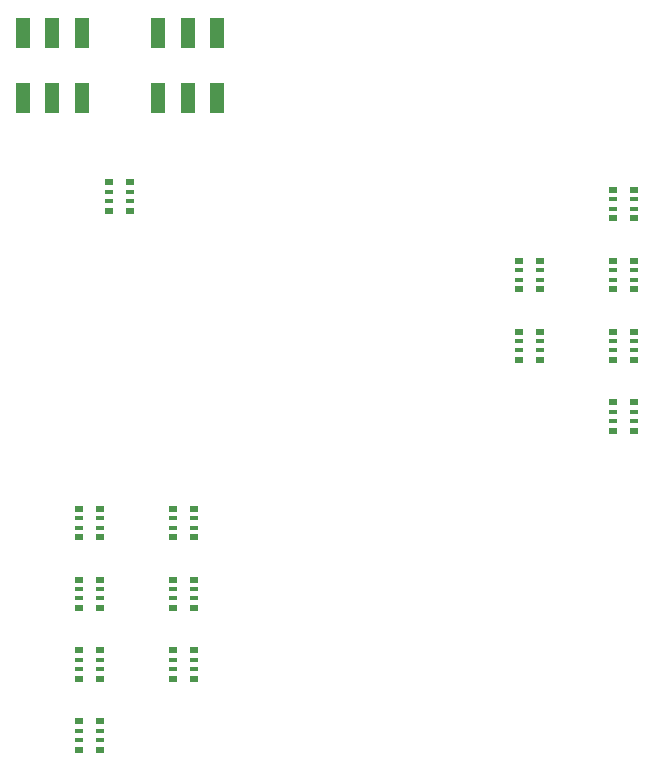
<source format=gbr>
G04 #@! TF.GenerationSoftware,KiCad,Pcbnew,(5.1.5)-3*
G04 #@! TF.CreationDate,2020-07-03T21:37:29-07:00*
G04 #@! TF.ProjectId,Arduino_control_board,41726475-696e-46f5-9f63-6f6e74726f6c,rev?*
G04 #@! TF.SameCoordinates,Original*
G04 #@! TF.FileFunction,Paste,Top*
G04 #@! TF.FilePolarity,Positive*
%FSLAX46Y46*%
G04 Gerber Fmt 4.6, Leading zero omitted, Abs format (unit mm)*
G04 Created by KiCad (PCBNEW (5.1.5)-3) date 2020-07-03 21:37:29*
%MOMM*%
%LPD*%
G04 APERTURE LIST*
%ADD10R,1.200000X2.500000*%
%ADD11R,0.800000X0.500000*%
%ADD12R,0.800000X0.400000*%
G04 APERTURE END LIST*
D10*
X146600000Y-30500000D03*
X149100000Y-30500000D03*
X144100000Y-30500000D03*
X144100000Y-36000000D03*
X146600000Y-36000000D03*
X149100000Y-36000000D03*
X155575000Y-30500000D03*
X158075000Y-30500000D03*
X160575000Y-30500000D03*
X160575000Y-36000000D03*
X155575000Y-36000000D03*
X158075000Y-36000000D03*
D11*
X194100000Y-43800000D03*
D12*
X194100000Y-44600000D03*
D11*
X194100000Y-46200000D03*
D12*
X194100000Y-45400000D03*
D11*
X195900000Y-43800000D03*
D12*
X195900000Y-45400000D03*
X195900000Y-44600000D03*
D11*
X195900000Y-46200000D03*
X195900000Y-52200000D03*
D12*
X195900000Y-50600000D03*
X195900000Y-51400000D03*
D11*
X195900000Y-49800000D03*
D12*
X194100000Y-51400000D03*
D11*
X194100000Y-52200000D03*
D12*
X194100000Y-50600000D03*
D11*
X194100000Y-49800000D03*
X194100000Y-55800000D03*
D12*
X194100000Y-56600000D03*
D11*
X194100000Y-58200000D03*
D12*
X194100000Y-57400000D03*
D11*
X195900000Y-55800000D03*
D12*
X195900000Y-57400000D03*
X195900000Y-56600000D03*
D11*
X195900000Y-58200000D03*
X195900000Y-64200000D03*
D12*
X195900000Y-62600000D03*
X195900000Y-63400000D03*
D11*
X195900000Y-61800000D03*
D12*
X194100000Y-63400000D03*
D11*
X194100000Y-64200000D03*
D12*
X194100000Y-62600000D03*
D11*
X194100000Y-61800000D03*
X187900000Y-52200000D03*
D12*
X187900000Y-50600000D03*
X187900000Y-51400000D03*
D11*
X187900000Y-49800000D03*
D12*
X186100000Y-51400000D03*
D11*
X186100000Y-52200000D03*
D12*
X186100000Y-50600000D03*
D11*
X186100000Y-49800000D03*
X186100000Y-55800000D03*
D12*
X186100000Y-56600000D03*
D11*
X186100000Y-58200000D03*
D12*
X186100000Y-57400000D03*
D11*
X187900000Y-55800000D03*
D12*
X187900000Y-57400000D03*
X187900000Y-56600000D03*
D11*
X187900000Y-58200000D03*
X151425000Y-43150000D03*
D12*
X151425000Y-43950000D03*
D11*
X151425000Y-45550000D03*
D12*
X151425000Y-44750000D03*
D11*
X153225000Y-43150000D03*
D12*
X153225000Y-44750000D03*
X153225000Y-43950000D03*
D11*
X153225000Y-45550000D03*
X150643160Y-91200000D03*
D12*
X150643160Y-90400000D03*
D11*
X150643160Y-88800000D03*
D12*
X150643160Y-89600000D03*
D11*
X148843160Y-91200000D03*
D12*
X148843160Y-89600000D03*
X148843160Y-90400000D03*
D11*
X148843160Y-88800000D03*
X148843160Y-82800000D03*
D12*
X148843160Y-84400000D03*
X148843160Y-83600000D03*
D11*
X148843160Y-85200000D03*
D12*
X150643160Y-83600000D03*
D11*
X150643160Y-82800000D03*
D12*
X150643160Y-84400000D03*
D11*
X150643160Y-85200000D03*
X150643160Y-79200000D03*
D12*
X150643160Y-78400000D03*
D11*
X150643160Y-76800000D03*
D12*
X150643160Y-77600000D03*
D11*
X148843160Y-79200000D03*
D12*
X148843160Y-77600000D03*
X148843160Y-78400000D03*
D11*
X148843160Y-76800000D03*
X148843160Y-70800000D03*
D12*
X148843160Y-72400000D03*
X148843160Y-71600000D03*
D11*
X148843160Y-73200000D03*
D12*
X150643160Y-71600000D03*
D11*
X150643160Y-70800000D03*
D12*
X150643160Y-72400000D03*
D11*
X150643160Y-73200000D03*
X156843160Y-82800000D03*
D12*
X156843160Y-84400000D03*
X156843160Y-83600000D03*
D11*
X156843160Y-85200000D03*
D12*
X158643160Y-83600000D03*
D11*
X158643160Y-82800000D03*
D12*
X158643160Y-84400000D03*
D11*
X158643160Y-85200000D03*
X158643160Y-79200000D03*
D12*
X158643160Y-78400000D03*
D11*
X158643160Y-76800000D03*
D12*
X158643160Y-77600000D03*
D11*
X156843160Y-79200000D03*
D12*
X156843160Y-77600000D03*
X156843160Y-78400000D03*
D11*
X156843160Y-76800000D03*
X158643160Y-73200000D03*
D12*
X158643160Y-72400000D03*
D11*
X158643160Y-70800000D03*
D12*
X158643160Y-71600000D03*
D11*
X156843160Y-73200000D03*
D12*
X156843160Y-71600000D03*
X156843160Y-72400000D03*
D11*
X156843160Y-70800000D03*
M02*

</source>
